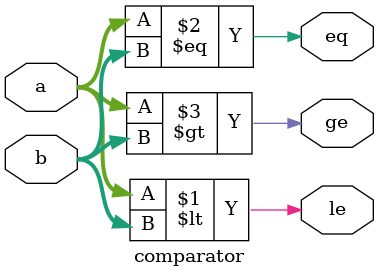
<source format=sv>
module comparator #(parameter WIDTH=8)(
	input [WIDTH-1:0] a,b,
	output le, eq, ge
);

assign le = (a < b);
assign eq = (a == b);
assign ge = (a > b);

endmodule
</source>
